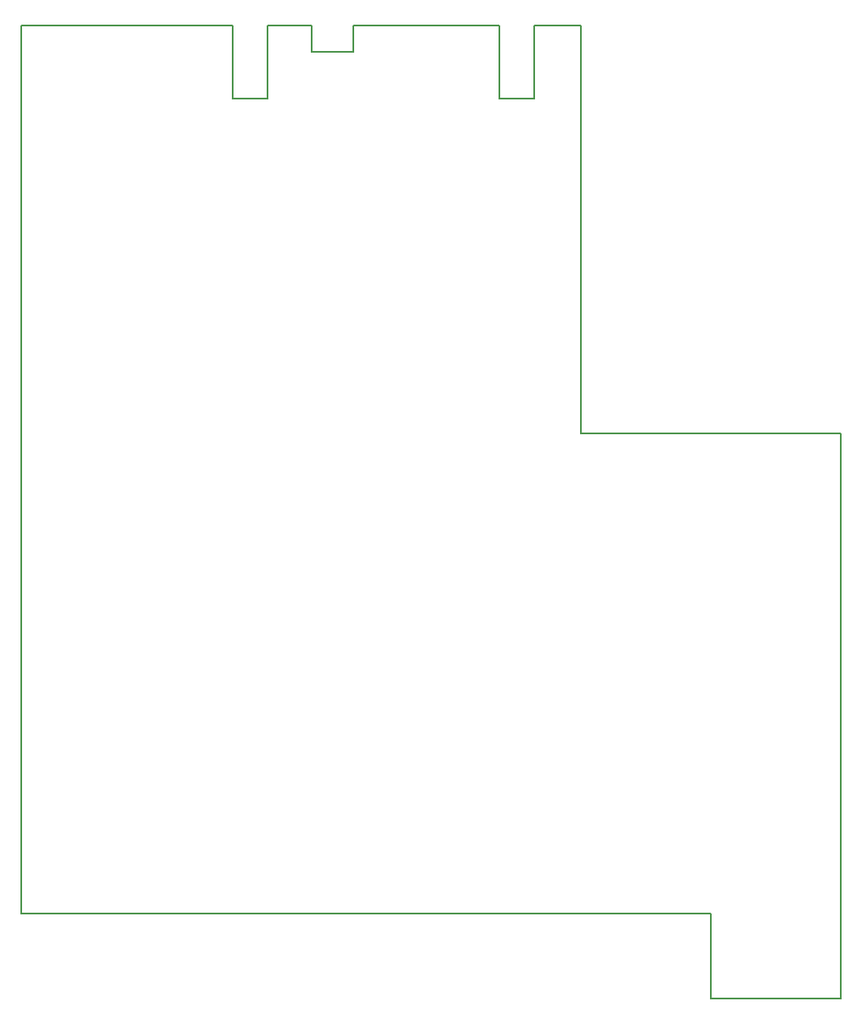
<source format=gm1>
G04 MADE WITH FRITZING*
G04 WWW.FRITZING.ORG*
G04 DOUBLE SIDED*
G04 HOLES PLATED*
G04 CONTOUR ON CENTER OF CONTOUR VECTOR*
%ASAXBY*%
%FSLAX23Y23*%
%MOIN*%
%OFA0B0*%
%SFA1.0B1.0*%
%ADD10C,0.008*%
%LNCONTOUR*%
G90*
G70*
G54D10*
X3Y3821D02*
X3Y336D01*
X2709Y336D01*
X2709Y3D01*
X3219Y3D01*
X3219Y2219D01*
X2199Y2219D01*
X2199Y3821D01*
X2015Y3821D01*
X2015Y3532D01*
X1878Y3532D01*
X1878Y3821D01*
X1306Y3821D01*
X1306Y3716D01*
X1141Y3716D01*
X1141Y3821D01*
X969Y3821D01*
X969Y3532D01*
X833Y3532D01*
X833Y3821D01*
X3Y3821D01*
D02*
G04 End of contour*
M02*
</source>
